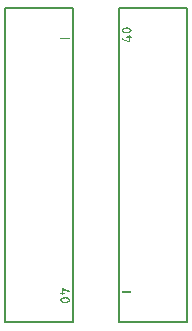
<source format=gto>
G04*
G04 #@! TF.GenerationSoftware,Altium Limited,Altium Designer,18.1.9 (240)*
G04*
G04 Layer_Color=65535*
%FSLAX44Y44*%
%MOMM*%
G71*
G01*
G75*
%ADD10C,0.1270*%
G36*
X107548Y254210D02*
X107683Y254201D01*
X107846Y254183D01*
X108035Y254165D01*
X108233Y254138D01*
X108441Y254102D01*
X108657Y254057D01*
X108883Y254012D01*
X109108Y253949D01*
X109333Y253868D01*
X109550Y253787D01*
X109757Y253687D01*
X109956Y253570D01*
X109974Y253561D01*
X110019Y253534D01*
X110091Y253498D01*
X110190Y253435D01*
X110298Y253363D01*
X110424Y253273D01*
X110560Y253164D01*
X110695Y253047D01*
X110839Y252921D01*
X110975Y252777D01*
X111101Y252614D01*
X111209Y252452D01*
X111308Y252263D01*
X111380Y252073D01*
X111425Y251875D01*
X111443Y251658D01*
Y251604D01*
X111434Y251541D01*
X111416Y251460D01*
X111398Y251361D01*
X111362Y251253D01*
X111317Y251117D01*
X111254Y250982D01*
X111182Y250829D01*
X111083Y250676D01*
X110956Y250522D01*
X110812Y250360D01*
X110641Y250198D01*
X110442Y250044D01*
X110217Y249891D01*
X109956Y249747D01*
X109946Y249738D01*
X109910Y249720D01*
X109847Y249684D01*
X109766Y249648D01*
X109667Y249603D01*
X109541Y249548D01*
X109405Y249485D01*
X109234Y249431D01*
X109054Y249368D01*
X108855Y249305D01*
X108630Y249251D01*
X108396Y249206D01*
X108134Y249170D01*
X107864Y249134D01*
X107575Y249116D01*
X107268Y249107D01*
X107260D01*
X107250D01*
X107196D01*
X107106Y249116D01*
X106998D01*
X106854Y249125D01*
X106691Y249143D01*
X106511Y249161D01*
X106313Y249188D01*
X106105Y249224D01*
X105889Y249269D01*
X105663Y249323D01*
X105438Y249386D01*
X105213Y249458D01*
X104987Y249548D01*
X104771Y249648D01*
X104572Y249765D01*
X104554Y249774D01*
X104509Y249801D01*
X104437Y249837D01*
X104338Y249900D01*
X104221Y249972D01*
X104094Y250063D01*
X103959Y250162D01*
X103824Y250279D01*
X103680Y250405D01*
X103545Y250549D01*
X103418Y250712D01*
X103310Y250874D01*
X103211Y251054D01*
X103139Y251244D01*
X103094Y251451D01*
X103076Y251658D01*
Y251713D01*
X103085Y251767D01*
X103094Y251848D01*
X103112Y251947D01*
X103148Y252064D01*
X103184Y252190D01*
X103238Y252335D01*
X103310Y252479D01*
X103400Y252632D01*
X103508Y252786D01*
X103635Y252948D01*
X103788Y253110D01*
X103959Y253264D01*
X104167Y253408D01*
X104401Y253552D01*
X104419Y253561D01*
X104455Y253579D01*
X104527Y253615D01*
X104618Y253660D01*
X104735Y253705D01*
X104870Y253759D01*
X105032Y253823D01*
X105213Y253886D01*
X105411Y253949D01*
X105627Y254012D01*
X105871Y254066D01*
X106123Y254111D01*
X106385Y254156D01*
X106664Y254192D01*
X106962Y254210D01*
X107268Y254219D01*
X107277D01*
X107287D01*
X107341D01*
X107431D01*
X107548Y254210D01*
D02*
G37*
G36*
X109622Y247691D02*
X109712Y247664D01*
X109829Y247628D01*
X109937Y247547D01*
X109992Y247502D01*
X110037Y247439D01*
X110082Y247376D01*
X110109Y247285D01*
X110127Y247195D01*
X110136Y247087D01*
Y246564D01*
X110794D01*
X110803D01*
X110821D01*
X110848D01*
X110884Y246555D01*
X110983Y246528D01*
X111092Y246492D01*
X111209Y246411D01*
X111254Y246366D01*
X111299Y246302D01*
X111344Y246239D01*
X111371Y246149D01*
X111389Y246059D01*
X111398Y245951D01*
Y245897D01*
X111389Y245861D01*
X111362Y245761D01*
X111326Y245653D01*
X111254Y245545D01*
X111200Y245491D01*
X111146Y245446D01*
X111074Y245410D01*
X110992Y245383D01*
X110902Y245365D01*
X110794Y245356D01*
X110136D01*
Y242064D01*
X110127Y242010D01*
X110100Y241947D01*
X110055Y241866D01*
X110028Y241821D01*
X109983Y241785D01*
X109929Y241740D01*
X109865Y241713D01*
X109793Y241686D01*
X109712Y241659D01*
X109613Y241650D01*
X109505Y241641D01*
X109496D01*
X109460D01*
X109415Y241650D01*
X109351D01*
X109270Y241659D01*
X109189Y241677D01*
X108991Y241722D01*
X103481Y243642D01*
X103472D01*
X103463Y243651D01*
X103418Y243669D01*
X103346Y243706D01*
X103274Y243769D01*
X103202Y243841D01*
X103130Y243940D01*
X103085Y244048D01*
X103067Y244120D01*
Y244237D01*
X103076Y244283D01*
X103085Y244337D01*
X103112Y244409D01*
X103139Y244481D01*
X103184Y244562D01*
X103247Y244634D01*
X103256Y244643D01*
X103274Y244670D01*
X103310Y244697D01*
X103364Y244743D01*
X103427Y244779D01*
X103499Y244806D01*
X103581Y244833D01*
X103671Y244842D01*
X103680D01*
X103689D01*
X103743Y244833D01*
X103815Y244824D01*
X103887Y244797D01*
X108910Y243029D01*
Y245356D01*
X107665D01*
X107656D01*
X107638D01*
X107611D01*
X107566Y245365D01*
X107476Y245392D01*
X107359Y245428D01*
X107250Y245500D01*
X107205Y245545D01*
X107151Y245608D01*
X107115Y245671D01*
X107088Y245752D01*
X107070Y245843D01*
X107061Y245951D01*
Y246005D01*
X107070Y246050D01*
X107097Y246149D01*
X107133Y246257D01*
X107205Y246375D01*
X107260Y246420D01*
X107314Y246465D01*
X107386Y246510D01*
X107467Y246537D01*
X107557Y246555D01*
X107665Y246564D01*
X108910D01*
Y247141D01*
X108919Y247186D01*
X108946Y247285D01*
X108982Y247393D01*
X109063Y247511D01*
X109108Y247556D01*
X109171Y247601D01*
X109234Y247646D01*
X109324Y247673D01*
X109415Y247691D01*
X109523Y247700D01*
X109532D01*
X109550D01*
X109577D01*
X109622Y247691D01*
D02*
G37*
G36*
X110875Y30750D02*
X110975Y30723D01*
X111083Y30687D01*
X111191Y30606D01*
X111245Y30561D01*
X111290Y30497D01*
X111326Y30434D01*
X111353Y30344D01*
X111371Y30254D01*
X111380Y30146D01*
Y30092D01*
X111371Y30056D01*
X111344Y29956D01*
X111308Y29848D01*
X111236Y29740D01*
X111191Y29686D01*
X111128Y29641D01*
X111065Y29605D01*
X110983Y29578D01*
X110893Y29560D01*
X110785Y29551D01*
X103680D01*
X103671D01*
X103653D01*
X103626D01*
X103581Y29560D01*
X103490Y29587D01*
X103373Y29623D01*
X103265Y29695D01*
X103220Y29740D01*
X103166Y29803D01*
X103130Y29866D01*
X103103Y29947D01*
X103085Y30038D01*
X103076Y30146D01*
Y30200D01*
X103085Y30245D01*
X103112Y30344D01*
X103148Y30452D01*
X103220Y30570D01*
X103274Y30615D01*
X103328Y30660D01*
X103400Y30705D01*
X103481Y30732D01*
X103572Y30750D01*
X103680Y30759D01*
X110785D01*
X110794D01*
X110812D01*
X110839D01*
X110875Y30750D01*
D02*
G37*
G36*
X53085Y33351D02*
X53149D01*
X53230Y33342D01*
X53311Y33324D01*
X53509Y33279D01*
X59019Y31358D01*
X59028D01*
X59037Y31349D01*
X59082Y31331D01*
X59154Y31295D01*
X59226Y31232D01*
X59298Y31160D01*
X59370Y31061D01*
X59415Y30952D01*
X59433Y30880D01*
Y30763D01*
X59424Y30718D01*
X59415Y30664D01*
X59388Y30592D01*
X59361Y30520D01*
X59316Y30438D01*
X59253Y30366D01*
X59244Y30357D01*
X59226Y30330D01*
X59190Y30303D01*
X59136Y30258D01*
X59073Y30222D01*
X59001Y30195D01*
X58919Y30168D01*
X58829Y30159D01*
X58820D01*
X58811D01*
X58757Y30168D01*
X58685Y30177D01*
X58613Y30204D01*
X53590Y31971D01*
Y29645D01*
X54835D01*
X54844D01*
X54862D01*
X54889D01*
X54934Y29636D01*
X55024Y29609D01*
X55141Y29573D01*
X55250Y29501D01*
X55295Y29456D01*
X55349Y29392D01*
X55385Y29329D01*
X55412Y29248D01*
X55430Y29158D01*
X55439Y29050D01*
Y28996D01*
X55430Y28951D01*
X55403Y28851D01*
X55367Y28743D01*
X55295Y28626D01*
X55241Y28581D01*
X55186Y28536D01*
X55114Y28491D01*
X55033Y28464D01*
X54943Y28446D01*
X54835Y28437D01*
X53590D01*
Y27860D01*
X53581Y27815D01*
X53554Y27715D01*
X53518Y27607D01*
X53437Y27490D01*
X53392Y27445D01*
X53329Y27400D01*
X53266Y27355D01*
X53176Y27328D01*
X53085Y27310D01*
X52977Y27301D01*
X52968D01*
X52950D01*
X52923D01*
X52878Y27310D01*
X52788Y27337D01*
X52671Y27373D01*
X52562Y27454D01*
X52508Y27499D01*
X52463Y27562D01*
X52418Y27625D01*
X52391Y27715D01*
X52373Y27806D01*
X52364Y27914D01*
Y28437D01*
X51706D01*
X51697D01*
X51679D01*
X51652D01*
X51616Y28446D01*
X51516Y28473D01*
X51408Y28509D01*
X51291Y28590D01*
X51246Y28635D01*
X51201Y28698D01*
X51156Y28761D01*
X51129Y28851D01*
X51111Y28942D01*
X51102Y29050D01*
Y29104D01*
X51111Y29140D01*
X51138Y29239D01*
X51174Y29347D01*
X51246Y29456D01*
X51300Y29510D01*
X51354Y29555D01*
X51426Y29591D01*
X51508Y29618D01*
X51598Y29636D01*
X51706Y29645D01*
X52364D01*
Y32936D01*
X52373Y32990D01*
X52400Y33053D01*
X52445Y33135D01*
X52472Y33180D01*
X52517Y33216D01*
X52572Y33261D01*
X52635Y33288D01*
X52707Y33315D01*
X52788Y33342D01*
X52887Y33351D01*
X52995Y33360D01*
X53004D01*
X53040D01*
X53085Y33351D01*
D02*
G37*
G36*
X55394Y25885D02*
X55502D01*
X55646Y25876D01*
X55809Y25858D01*
X55989Y25840D01*
X56187Y25813D01*
X56395Y25777D01*
X56611Y25732D01*
X56837Y25677D01*
X57062Y25614D01*
X57287Y25542D01*
X57513Y25452D01*
X57729Y25353D01*
X57928Y25236D01*
X57946Y25227D01*
X57991Y25200D01*
X58063Y25164D01*
X58162Y25100D01*
X58279Y25028D01*
X58405Y24938D01*
X58541Y24839D01*
X58676Y24722D01*
X58820Y24595D01*
X58955Y24451D01*
X59082Y24289D01*
X59190Y24127D01*
X59289Y23946D01*
X59361Y23757D01*
X59406Y23549D01*
X59424Y23342D01*
Y23288D01*
X59415Y23234D01*
X59406Y23153D01*
X59388Y23054D01*
X59352Y22936D01*
X59316Y22810D01*
X59262Y22666D01*
X59190Y22522D01*
X59100Y22368D01*
X58992Y22215D01*
X58865Y22053D01*
X58712Y21890D01*
X58541Y21737D01*
X58333Y21593D01*
X58099Y21449D01*
X58081Y21439D01*
X58045Y21421D01*
X57973Y21385D01*
X57882Y21340D01*
X57765Y21295D01*
X57630Y21241D01*
X57468Y21178D01*
X57287Y21115D01*
X57089Y21052D01*
X56873Y20989D01*
X56629Y20935D01*
X56377Y20889D01*
X56115Y20844D01*
X55836Y20808D01*
X55538Y20790D01*
X55231Y20781D01*
X55223D01*
X55213D01*
X55159D01*
X55069D01*
X54952Y20790D01*
X54817Y20799D01*
X54654Y20817D01*
X54465Y20835D01*
X54267Y20862D01*
X54059Y20898D01*
X53843Y20944D01*
X53617Y20989D01*
X53392Y21052D01*
X53167Y21133D01*
X52950Y21214D01*
X52743Y21313D01*
X52544Y21430D01*
X52526Y21439D01*
X52481Y21467D01*
X52409Y21503D01*
X52310Y21566D01*
X52202Y21638D01*
X52076Y21728D01*
X51940Y21836D01*
X51805Y21953D01*
X51661Y22080D01*
X51526Y22224D01*
X51399Y22386D01*
X51291Y22549D01*
X51192Y22738D01*
X51120Y22927D01*
X51075Y23126D01*
X51057Y23342D01*
Y23396D01*
X51066Y23459D01*
X51084Y23540D01*
X51102Y23640D01*
X51138Y23748D01*
X51183Y23883D01*
X51246Y24018D01*
X51318Y24172D01*
X51417Y24325D01*
X51543Y24478D01*
X51688Y24641D01*
X51859Y24803D01*
X52057Y24956D01*
X52283Y25109D01*
X52544Y25254D01*
X52553Y25263D01*
X52590Y25281D01*
X52653Y25317D01*
X52734Y25353D01*
X52833Y25398D01*
X52959Y25452D01*
X53095Y25515D01*
X53266Y25569D01*
X53446Y25632D01*
X53644Y25696D01*
X53870Y25750D01*
X54104Y25795D01*
X54366Y25831D01*
X54636Y25867D01*
X54925Y25885D01*
X55231Y25894D01*
X55241D01*
X55250D01*
X55304D01*
X55394Y25885D01*
D02*
G37*
G36*
X58919Y245441D02*
X59010Y245414D01*
X59127Y245378D01*
X59235Y245306D01*
X59280Y245261D01*
X59334Y245198D01*
X59370Y245134D01*
X59397Y245053D01*
X59415Y244963D01*
X59424Y244855D01*
Y244801D01*
X59415Y244756D01*
X59388Y244657D01*
X59352Y244548D01*
X59280Y244431D01*
X59226Y244386D01*
X59172Y244341D01*
X59100Y244296D01*
X59019Y244269D01*
X58928Y244251D01*
X58820Y244242D01*
X51715D01*
X51706D01*
X51688D01*
X51661D01*
X51625Y244251D01*
X51526Y244278D01*
X51417Y244314D01*
X51309Y244395D01*
X51255Y244440D01*
X51210Y244503D01*
X51174Y244566D01*
X51147Y244657D01*
X51129Y244747D01*
X51120Y244855D01*
Y244909D01*
X51129Y244945D01*
X51156Y245044D01*
X51192Y245152D01*
X51264Y245261D01*
X51309Y245315D01*
X51372Y245360D01*
X51435Y245396D01*
X51516Y245423D01*
X51607Y245441D01*
X51715Y245450D01*
X58820D01*
X58829D01*
X58847D01*
X58874D01*
X58919Y245441D01*
D02*
G37*
%LPC*%
G36*
X107485Y253038D02*
X107260D01*
X107241D01*
X107205D01*
X107142D01*
X107061Y253029D01*
X106953D01*
X106836Y253020D01*
X106700Y253011D01*
X106547Y252993D01*
X106394Y252975D01*
X106222Y252948D01*
X105880Y252885D01*
X105537Y252795D01*
X105204Y252668D01*
X105195D01*
X105168Y252650D01*
X105122Y252632D01*
X105059Y252596D01*
X104996Y252560D01*
X104915Y252515D01*
X104753Y252398D01*
X104590Y252254D01*
X104509Y252173D01*
X104446Y252082D01*
X104383Y251983D01*
X104338Y251884D01*
X104311Y251776D01*
X104302Y251658D01*
Y251632D01*
X104311Y251595D01*
X104320Y251559D01*
X104329Y251505D01*
X104356Y251442D01*
X104383Y251379D01*
X104419Y251298D01*
X104473Y251226D01*
X104536Y251145D01*
X104618Y251054D01*
X104717Y250973D01*
X104825Y250883D01*
X104951Y250802D01*
X105104Y250721D01*
X105276Y250640D01*
X105285D01*
X105312Y250622D01*
X105357Y250613D01*
X105420Y250585D01*
X105492Y250558D01*
X105582Y250531D01*
X105690Y250504D01*
X105817Y250477D01*
X105952Y250441D01*
X106105Y250414D01*
X106268Y250387D01*
X106439Y250360D01*
X106628Y250333D01*
X106836Y250324D01*
X107043Y250306D01*
X107268D01*
X107287D01*
X107323D01*
X107386D01*
X107476Y250315D01*
X107575D01*
X107701Y250324D01*
X107837Y250333D01*
X107981Y250351D01*
X108143Y250369D01*
X108305Y250396D01*
X108648Y250459D01*
X108991Y250549D01*
X109324Y250667D01*
X109333Y250676D01*
X109360Y250685D01*
X109405Y250703D01*
X109460Y250739D01*
X109532Y250775D01*
X109604Y250820D01*
X109766Y250937D01*
X109937Y251072D01*
X110010Y251154D01*
X110073Y251244D01*
X110136Y251343D01*
X110181Y251442D01*
X110208Y251550D01*
X110217Y251658D01*
Y251686D01*
X110208Y251722D01*
X110199Y251758D01*
X110190Y251812D01*
X110172Y251875D01*
X110145Y251938D01*
X110100Y252019D01*
X110055Y252091D01*
X110001Y252173D01*
X109920Y252263D01*
X109838Y252344D01*
X109730Y252425D01*
X109613Y252515D01*
X109478Y252596D01*
X109315Y252668D01*
X109306D01*
X109279Y252687D01*
X109225Y252705D01*
X109162Y252722D01*
X109081Y252759D01*
X108982Y252786D01*
X108874Y252822D01*
X108738Y252858D01*
X108594Y252885D01*
X108441Y252921D01*
X108269Y252957D01*
X108089Y252984D01*
X107900Y253002D01*
X107692Y253020D01*
X107485Y253038D01*
D02*
G37*
G36*
X55457Y24695D02*
X55231D01*
X55213D01*
X55177D01*
X55114D01*
X55024Y24686D01*
X54925D01*
X54799Y24677D01*
X54663Y24668D01*
X54519Y24650D01*
X54357Y24632D01*
X54194Y24604D01*
X53852Y24541D01*
X53509Y24451D01*
X53176Y24334D01*
X53167Y24325D01*
X53140Y24316D01*
X53095Y24298D01*
X53040Y24262D01*
X52968Y24226D01*
X52896Y24181D01*
X52734Y24063D01*
X52562Y23928D01*
X52490Y23847D01*
X52427Y23757D01*
X52364Y23658D01*
X52319Y23558D01*
X52292Y23450D01*
X52283Y23342D01*
Y23315D01*
X52292Y23279D01*
X52301Y23243D01*
X52310Y23189D01*
X52328Y23126D01*
X52355Y23063D01*
X52400Y22981D01*
X52445Y22909D01*
X52499Y22828D01*
X52580Y22738D01*
X52662Y22657D01*
X52770Y22576D01*
X52887Y22485D01*
X53022Y22404D01*
X53185Y22332D01*
X53194D01*
X53221Y22314D01*
X53275Y22296D01*
X53338Y22278D01*
X53419Y22242D01*
X53518Y22215D01*
X53626Y22179D01*
X53762Y22143D01*
X53906Y22116D01*
X54059Y22080D01*
X54231Y22044D01*
X54411Y22017D01*
X54600Y21999D01*
X54808Y21981D01*
X55015Y21962D01*
X55241D01*
X55258D01*
X55295D01*
X55358D01*
X55439Y21971D01*
X55547D01*
X55664Y21981D01*
X55800Y21990D01*
X55953Y22008D01*
X56106Y22026D01*
X56277Y22053D01*
X56620Y22116D01*
X56963Y22206D01*
X57296Y22332D01*
X57305D01*
X57332Y22350D01*
X57378Y22368D01*
X57441Y22404D01*
X57504Y22440D01*
X57585Y22485D01*
X57747Y22603D01*
X57909Y22747D01*
X57991Y22828D01*
X58054Y22918D01*
X58117Y23017D01*
X58162Y23117D01*
X58189Y23225D01*
X58198Y23342D01*
Y23369D01*
X58189Y23405D01*
X58180Y23441D01*
X58171Y23495D01*
X58144Y23558D01*
X58117Y23622D01*
X58081Y23703D01*
X58027Y23775D01*
X57964Y23856D01*
X57882Y23946D01*
X57783Y24027D01*
X57675Y24118D01*
X57549Y24199D01*
X57396Y24280D01*
X57224Y24361D01*
X57215D01*
X57188Y24379D01*
X57143Y24388D01*
X57080Y24415D01*
X57008Y24442D01*
X56918Y24469D01*
X56810Y24496D01*
X56683Y24523D01*
X56548Y24559D01*
X56395Y24587D01*
X56232Y24613D01*
X56061Y24641D01*
X55872Y24668D01*
X55664Y24677D01*
X55457Y24695D01*
D02*
G37*
%LPD*%
D10*
X101100Y270500D02*
X158000D01*
X101100Y4501D02*
X158000D01*
X101100D02*
Y270500D01*
X158000Y4501D02*
Y270500D01*
X4500Y4501D02*
X61400D01*
X4500Y270500D02*
X61400D01*
Y4501D02*
Y270500D01*
X4500Y4501D02*
Y270500D01*
M02*

</source>
